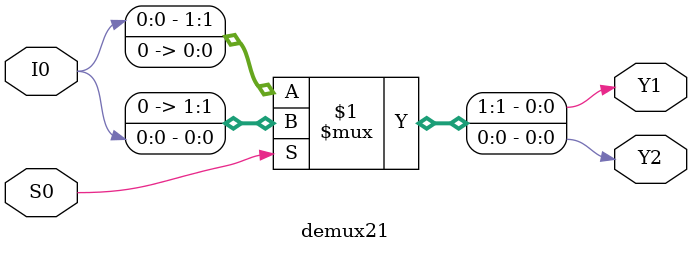
<source format=v>
module demux21(
	input I0,
	input S0,
	output Y1,
	output Y2
);
	assign {Y1,Y2} = S0 ? {1'b0,I0} : {I0,1'b0};
endmodule
</source>
